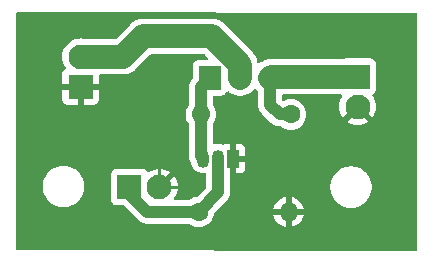
<source format=gbr>
%TF.GenerationSoftware,KiCad,Pcbnew,7.0.8+1*%
%TF.CreationDate,2024-02-21T23:20:15+01:00*%
%TF.ProjectId,MOS_SWITCH_LOAD,4d4f535f-5357-4495-9443-485f4c4f4144,rev?*%
%TF.SameCoordinates,Original*%
%TF.FileFunction,Copper,L2,Bot*%
%TF.FilePolarity,Positive*%
%FSLAX46Y46*%
G04 Gerber Fmt 4.6, Leading zero omitted, Abs format (unit mm)*
G04 Created by KiCad (PCBNEW 7.0.8+1) date 2024-02-21 23:20:15*
%MOMM*%
%LPD*%
G01*
G04 APERTURE LIST*
%TA.AperFunction,ComponentPad*%
%ADD10C,1.600000*%
%TD*%
%TA.AperFunction,ComponentPad*%
%ADD11O,1.600000X1.600000*%
%TD*%
%TA.AperFunction,ComponentPad*%
%ADD12R,2.100000X2.100000*%
%TD*%
%TA.AperFunction,ComponentPad*%
%ADD13C,2.100000*%
%TD*%
%TA.AperFunction,ComponentPad*%
%ADD14R,1.905000X2.000000*%
%TD*%
%TA.AperFunction,ComponentPad*%
%ADD15O,1.905000X2.000000*%
%TD*%
%TA.AperFunction,ComponentPad*%
%ADD16R,1.050000X1.500000*%
%TD*%
%TA.AperFunction,ComponentPad*%
%ADD17O,1.050000X1.500000*%
%TD*%
%TA.AperFunction,Conductor*%
%ADD18C,0.250000*%
%TD*%
%TA.AperFunction,Conductor*%
%ADD19C,1.000000*%
%TD*%
%TA.AperFunction,Conductor*%
%ADD20C,2.000000*%
%TD*%
G04 APERTURE END LIST*
D10*
%TO.P,R1,1*%
%TO.N,Net-(J1-Pin_1)*%
X108610000Y-50100000D03*
D11*
%TO.P,R1,2*%
%TO.N,Net-(Q3-D)*%
X100990000Y-50100000D03*
%TD*%
D12*
%TO.P,J1,1,Pin_1*%
%TO.N,Net-(J1-Pin_1)*%
X114250000Y-46910000D03*
D13*
%TO.P,J1,2,Pin_2*%
%TO.N,GND*%
X114250000Y-49450000D03*
%TD*%
D12*
%TO.P,J3,1,Pin_1*%
%TO.N,Net-(J3-Pin_1)*%
X94930000Y-56250000D03*
D13*
%TO.P,J3,2,Pin_2*%
%TO.N,GND*%
X97470000Y-56250000D03*
%TD*%
D10*
%TO.P,R2,1*%
%TO.N,Net-(J3-Pin_1)*%
X100790000Y-58350000D03*
D11*
%TO.P,R2,2*%
%TO.N,GND*%
X108410000Y-58350000D03*
%TD*%
D12*
%TO.P,J2,1,Pin_1*%
%TO.N,GND*%
X90800000Y-47750000D03*
D13*
%TO.P,J2,2,Pin_2*%
%TO.N,Net-(J2-Pin_2)*%
X90800000Y-45210000D03*
%TD*%
D14*
%TO.P,Q4,1,G*%
%TO.N,Net-(Q3-D)*%
X101750000Y-47000000D03*
D15*
%TO.P,Q4,2,D*%
%TO.N,Net-(J2-Pin_2)*%
X104290000Y-47000000D03*
%TO.P,Q4,3,S*%
%TO.N,Net-(J1-Pin_1)*%
X106830000Y-47000000D03*
%TD*%
D16*
%TO.P,Q3,1,S*%
%TO.N,GND*%
X103720000Y-53840000D03*
D17*
%TO.P,Q3,2,G*%
%TO.N,Net-(J3-Pin_1)*%
X102450000Y-53840000D03*
%TO.P,Q3,3,D*%
%TO.N,Net-(Q3-D)*%
X101180000Y-53840000D03*
%TD*%
D18*
%TO.N,GND*%
X97470000Y-56250000D02*
X97470000Y-54030000D01*
X97470000Y-54030000D02*
X97550000Y-53950000D01*
X97470000Y-56250000D02*
X99300000Y-56250000D01*
X99300000Y-56250000D02*
X99350000Y-56200000D01*
D19*
%TO.N,Net-(J1-Pin_1)*%
X108610000Y-50100000D02*
X107650000Y-50100000D01*
D20*
X114250000Y-46910000D02*
X106920000Y-46910000D01*
X106920000Y-46910000D02*
X106830000Y-47000000D01*
D19*
X106830000Y-49280000D02*
X106830000Y-47000000D01*
X107650000Y-50100000D02*
X106830000Y-49280000D01*
D20*
%TO.N,Net-(J2-Pin_2)*%
X90800000Y-45210000D02*
X94390000Y-45210000D01*
X96100000Y-43500000D02*
X101899556Y-43500000D01*
X101899556Y-43500000D02*
X104290000Y-45890444D01*
X94390000Y-45210000D02*
X96100000Y-43500000D01*
X104290000Y-45890444D02*
X104290000Y-47000000D01*
D19*
%TO.N,Net-(J3-Pin_1)*%
X102450000Y-53840000D02*
X102450000Y-56690000D01*
X96450000Y-58350000D02*
X100790000Y-58350000D01*
X94930000Y-56250000D02*
X94930000Y-56830000D01*
X102450000Y-56690000D02*
X100790000Y-58350000D01*
X94930000Y-56830000D02*
X96450000Y-58350000D01*
%TO.N,Net-(Q3-D)*%
X100990000Y-47760000D02*
X101750000Y-47000000D01*
X100990000Y-50100000D02*
X100990000Y-53650000D01*
X100990000Y-50100000D02*
X100990000Y-47760000D01*
X100990000Y-53650000D02*
X101180000Y-53840000D01*
%TD*%
%TA.AperFunction,Conductor*%
%TO.N,GND*%
G36*
X119175686Y-41499816D02*
G01*
X119242693Y-41519599D01*
X119288370Y-41572471D01*
X119299500Y-41623816D01*
X119299500Y-61525500D01*
X119279815Y-61592539D01*
X119227011Y-61638294D01*
X119175500Y-61649500D01*
X118960500Y-61649500D01*
X85474317Y-61600182D01*
X85407307Y-61580399D01*
X85361630Y-61527527D01*
X85350500Y-61476182D01*
X85350500Y-56331187D01*
X87599500Y-56331187D01*
X87607036Y-56381182D01*
X87638604Y-56590615D01*
X87638605Y-56590617D01*
X87638606Y-56590623D01*
X87715938Y-56841326D01*
X87829767Y-57077696D01*
X87829768Y-57077697D01*
X87829770Y-57077700D01*
X87829772Y-57077704D01*
X87975160Y-57290949D01*
X87977567Y-57294479D01*
X88156014Y-57486801D01*
X88156018Y-57486804D01*
X88156019Y-57486805D01*
X88361143Y-57650386D01*
X88588357Y-57781568D01*
X88832584Y-57877420D01*
X89088370Y-57935802D01*
X89088376Y-57935802D01*
X89088379Y-57935803D01*
X89284500Y-57950500D01*
X89284506Y-57950500D01*
X89415500Y-57950500D01*
X89611620Y-57935803D01*
X89611622Y-57935802D01*
X89611630Y-57935802D01*
X89867416Y-57877420D01*
X90111643Y-57781568D01*
X90338857Y-57650386D01*
X90543981Y-57486805D01*
X90722433Y-57294479D01*
X90870228Y-57077704D01*
X90877286Y-57063049D01*
X90911954Y-56991058D01*
X90984063Y-56841323D01*
X91061396Y-56590615D01*
X91100500Y-56331182D01*
X91100500Y-56068818D01*
X91061396Y-55809385D01*
X90984063Y-55558677D01*
X90972121Y-55533880D01*
X90870232Y-55322303D01*
X90870231Y-55322302D01*
X90870230Y-55322301D01*
X90870228Y-55322296D01*
X90722433Y-55105521D01*
X90708031Y-55089999D01*
X90543985Y-54913198D01*
X90455276Y-54842455D01*
X90338857Y-54749614D01*
X90111643Y-54618432D01*
X89867416Y-54522580D01*
X89867411Y-54522578D01*
X89867402Y-54522576D01*
X89649818Y-54472914D01*
X89611630Y-54464198D01*
X89611629Y-54464197D01*
X89611625Y-54464197D01*
X89611620Y-54464196D01*
X89415500Y-54449500D01*
X89415494Y-54449500D01*
X89284506Y-54449500D01*
X89284500Y-54449500D01*
X89088379Y-54464196D01*
X89088374Y-54464197D01*
X88832597Y-54522576D01*
X88832578Y-54522582D01*
X88588356Y-54618432D01*
X88361143Y-54749614D01*
X88156014Y-54913198D01*
X87977567Y-55105520D01*
X87829768Y-55322302D01*
X87829767Y-55322303D01*
X87715938Y-55558673D01*
X87638606Y-55809376D01*
X87638605Y-55809381D01*
X87638604Y-55809385D01*
X87631069Y-55859376D01*
X87599500Y-56068812D01*
X87599500Y-56331187D01*
X85350500Y-56331187D01*
X85350500Y-45210000D01*
X89244706Y-45210000D01*
X89263853Y-45453297D01*
X89263853Y-45453300D01*
X89263854Y-45453302D01*
X89316767Y-45673698D01*
X89320830Y-45690619D01*
X89414222Y-45916089D01*
X89527711Y-46101285D01*
X89545956Y-46168731D01*
X89524840Y-46235333D01*
X89496296Y-46265341D01*
X89392809Y-46342812D01*
X89306649Y-46457906D01*
X89306645Y-46457913D01*
X89256403Y-46592620D01*
X89256401Y-46592627D01*
X89250000Y-46652155D01*
X89250000Y-47500000D01*
X90305148Y-47500000D01*
X90256441Y-47637047D01*
X90246123Y-47787886D01*
X90276884Y-47935915D01*
X90310090Y-48000000D01*
X89250000Y-48000000D01*
X89250000Y-48847844D01*
X89256401Y-48907372D01*
X89256403Y-48907379D01*
X89306645Y-49042086D01*
X89306649Y-49042093D01*
X89392809Y-49157187D01*
X89392812Y-49157190D01*
X89507906Y-49243350D01*
X89507913Y-49243354D01*
X89642620Y-49293596D01*
X89642627Y-49293598D01*
X89702155Y-49299999D01*
X89702172Y-49300000D01*
X90550000Y-49300000D01*
X90550000Y-48241683D01*
X90578819Y-48259209D01*
X90724404Y-48300000D01*
X90837622Y-48300000D01*
X90949783Y-48284584D01*
X91050000Y-48241053D01*
X91050000Y-49300000D01*
X91897828Y-49300000D01*
X91897844Y-49299999D01*
X91957372Y-49293598D01*
X91957379Y-49293596D01*
X92092086Y-49243354D01*
X92092093Y-49243350D01*
X92207187Y-49157190D01*
X92207190Y-49157187D01*
X92293350Y-49042093D01*
X92293354Y-49042086D01*
X92343596Y-48907379D01*
X92343598Y-48907372D01*
X92349999Y-48847844D01*
X92350000Y-48847827D01*
X92350000Y-48000000D01*
X91294852Y-48000000D01*
X91343559Y-47862953D01*
X91353877Y-47712114D01*
X91323116Y-47564085D01*
X91289910Y-47500000D01*
X92350000Y-47500000D01*
X92350000Y-46834500D01*
X92369685Y-46767461D01*
X92422489Y-46721706D01*
X92474000Y-46710500D01*
X94292981Y-46710500D01*
X94300652Y-46710975D01*
X94327779Y-46714357D01*
X94421035Y-46710500D01*
X94452067Y-46710500D01*
X94482990Y-46707937D01*
X94576237Y-46704081D01*
X94602982Y-46698472D01*
X94610582Y-46697364D01*
X94637821Y-46695108D01*
X94637824Y-46695107D01*
X94637826Y-46695107D01*
X94637829Y-46695106D01*
X94728288Y-46672198D01*
X94819614Y-46653049D01*
X94845077Y-46643112D01*
X94852374Y-46640774D01*
X94878881Y-46634063D01*
X94964335Y-46596579D01*
X95051274Y-46562656D01*
X95074761Y-46548659D01*
X95081581Y-46545149D01*
X95106607Y-46534173D01*
X95184720Y-46483139D01*
X95264894Y-46435366D01*
X95285754Y-46417697D01*
X95291894Y-46413117D01*
X95314785Y-46398164D01*
X95383435Y-46334966D01*
X95407126Y-46314902D01*
X95429078Y-46292949D01*
X95497738Y-46229744D01*
X95514530Y-46208167D01*
X95519604Y-46202422D01*
X96685209Y-45036819D01*
X96746532Y-45003334D01*
X96772890Y-45000500D01*
X101226666Y-45000500D01*
X101293705Y-45020185D01*
X101314347Y-45036819D01*
X101565347Y-45287819D01*
X101598832Y-45349142D01*
X101593848Y-45418834D01*
X101551976Y-45474767D01*
X101486512Y-45499184D01*
X101477666Y-45499500D01*
X100749629Y-45499500D01*
X100749623Y-45499501D01*
X100690016Y-45505908D01*
X100555171Y-45556202D01*
X100555164Y-45556206D01*
X100439955Y-45642452D01*
X100439952Y-45642455D01*
X100353706Y-45757664D01*
X100353702Y-45757671D01*
X100303408Y-45892517D01*
X100297001Y-45952116D01*
X100297000Y-45952135D01*
X100297000Y-46985137D01*
X100277315Y-47052176D01*
X100258434Y-47075009D01*
X100226950Y-47104938D01*
X100226946Y-47104942D01*
X100191899Y-47155294D01*
X100189062Y-47159056D01*
X100150302Y-47206592D01*
X100150299Y-47206597D01*
X100134392Y-47237047D01*
X100130324Y-47243761D01*
X100110702Y-47271954D01*
X100086509Y-47328330D01*
X100084488Y-47332584D01*
X100056091Y-47386951D01*
X100056090Y-47386952D01*
X100046640Y-47419975D01*
X100044007Y-47427371D01*
X100030459Y-47458943D01*
X100018113Y-47519019D01*
X100016990Y-47523595D01*
X100000113Y-47582577D01*
X100000113Y-47582579D01*
X99997503Y-47616841D01*
X99996414Y-47624608D01*
X99993859Y-47637047D01*
X99989500Y-47658258D01*
X99989500Y-47719597D01*
X99989321Y-47724306D01*
X99984662Y-47785474D01*
X99986707Y-47801527D01*
X99989003Y-47819560D01*
X99989500Y-47827388D01*
X99989500Y-49222410D01*
X99969815Y-49289449D01*
X99967076Y-49293532D01*
X99859431Y-49447267D01*
X99763261Y-49653502D01*
X99763258Y-49653511D01*
X99704366Y-49873302D01*
X99704364Y-49873313D01*
X99684532Y-50099998D01*
X99684532Y-50100001D01*
X99704364Y-50326686D01*
X99704366Y-50326697D01*
X99763258Y-50546488D01*
X99763261Y-50546497D01*
X99859431Y-50752732D01*
X99859432Y-50752734D01*
X99967075Y-50906465D01*
X99989402Y-50972671D01*
X99989500Y-50977588D01*
X99989500Y-53637283D01*
X99987243Y-53726362D01*
X99987243Y-53726370D01*
X99998064Y-53786739D01*
X99998718Y-53791404D01*
X100004925Y-53852430D01*
X100004927Y-53852444D01*
X100015208Y-53885213D01*
X100017079Y-53892837D01*
X100023142Y-53926652D01*
X100023142Y-53926655D01*
X100045894Y-53983612D01*
X100047474Y-53988051D01*
X100065841Y-54046588D01*
X100065844Y-54046595D01*
X100082509Y-54076619D01*
X100085879Y-54083714D01*
X100098623Y-54115617D01*
X100098625Y-54115620D01*
X100098626Y-54115622D01*
X100132377Y-54166834D01*
X100134818Y-54170864D01*
X100152921Y-54203478D01*
X100167906Y-54251499D01*
X100169337Y-54266031D01*
X100227978Y-54459345D01*
X100323198Y-54637488D01*
X100323203Y-54637495D01*
X100451352Y-54793647D01*
X100560016Y-54882824D01*
X100607506Y-54921798D01*
X100607509Y-54921799D01*
X100607511Y-54921801D01*
X100785654Y-55017021D01*
X100785656Y-55017021D01*
X100785659Y-55017023D01*
X100978967Y-55075662D01*
X101180000Y-55095462D01*
X101313347Y-55082328D01*
X101381992Y-55095347D01*
X101432702Y-55143411D01*
X101449500Y-55205731D01*
X101449500Y-56224217D01*
X101429815Y-56291256D01*
X101413181Y-56311898D01*
X100701967Y-57023111D01*
X100640644Y-57056596D01*
X100625096Y-57058958D01*
X100563311Y-57064364D01*
X100563302Y-57064366D01*
X100343511Y-57123258D01*
X100343502Y-57123261D01*
X100137267Y-57219431D01*
X100137265Y-57219432D01*
X99983535Y-57327075D01*
X99917329Y-57349402D01*
X99912412Y-57349500D01*
X98835527Y-57349500D01*
X98768488Y-57329815D01*
X98722733Y-57277011D01*
X98712789Y-57207853D01*
X98729800Y-57160710D01*
X98855331Y-56955861D01*
X98948696Y-56730457D01*
X99005651Y-56493219D01*
X99024792Y-56250000D01*
X99005651Y-56006780D01*
X98948696Y-55769542D01*
X98855331Y-55544138D01*
X98731494Y-55342056D01*
X97995928Y-56077621D01*
X97993116Y-56064085D01*
X97923558Y-55929844D01*
X97820362Y-55819348D01*
X97691181Y-55740791D01*
X97639996Y-55726449D01*
X98377942Y-54988504D01*
X98175861Y-54864668D01*
X97950457Y-54771303D01*
X97713219Y-54714348D01*
X97713220Y-54714348D01*
X97470000Y-54695207D01*
X97226780Y-54714348D01*
X96989542Y-54771303D01*
X96764140Y-54864667D01*
X96579441Y-54977851D01*
X96511996Y-54996095D01*
X96445393Y-54974978D01*
X96415385Y-54946434D01*
X96337546Y-54842454D01*
X96314709Y-54825358D01*
X96222335Y-54756206D01*
X96222328Y-54756202D01*
X96087482Y-54705908D01*
X96087483Y-54705908D01*
X96027883Y-54699501D01*
X96027881Y-54699500D01*
X96027873Y-54699500D01*
X96027864Y-54699500D01*
X93832129Y-54699500D01*
X93832123Y-54699501D01*
X93772516Y-54705908D01*
X93637671Y-54756202D01*
X93637664Y-54756206D01*
X93522455Y-54842452D01*
X93522452Y-54842455D01*
X93436206Y-54957664D01*
X93436202Y-54957671D01*
X93385908Y-55092517D01*
X93379501Y-55152116D01*
X93379500Y-55152135D01*
X93379500Y-57347870D01*
X93379501Y-57347876D01*
X93385908Y-57407483D01*
X93436202Y-57542328D01*
X93436206Y-57542335D01*
X93522452Y-57657544D01*
X93522455Y-57657547D01*
X93637664Y-57743793D01*
X93637671Y-57743797D01*
X93682618Y-57760561D01*
X93772517Y-57794091D01*
X93832127Y-57800500D01*
X94434216Y-57800499D01*
X94501255Y-57820183D01*
X94521897Y-57836818D01*
X95733566Y-59048487D01*
X95794938Y-59113050D01*
X95794941Y-59113053D01*
X95845281Y-59148092D01*
X95849043Y-59150928D01*
X95896587Y-59189694D01*
X95896590Y-59189695D01*
X95896593Y-59189698D01*
X95927045Y-59205604D01*
X95933758Y-59209672D01*
X95961951Y-59229295D01*
X96018329Y-59253489D01*
X96022578Y-59255507D01*
X96076951Y-59283909D01*
X96104489Y-59291788D01*
X96109974Y-59293358D01*
X96117368Y-59295990D01*
X96148942Y-59309540D01*
X96148945Y-59309540D01*
X96148946Y-59309541D01*
X96209022Y-59321887D01*
X96213600Y-59323010D01*
X96227501Y-59326987D01*
X96272582Y-59339887D01*
X96306839Y-59342495D01*
X96314614Y-59343586D01*
X96348255Y-59350500D01*
X96348259Y-59350500D01*
X96409599Y-59350500D01*
X96414305Y-59350678D01*
X96449063Y-59353325D01*
X96475476Y-59355337D01*
X96475476Y-59355336D01*
X96475477Y-59355337D01*
X96509560Y-59350996D01*
X96517390Y-59350500D01*
X99912412Y-59350500D01*
X99979451Y-59370185D01*
X99983523Y-59372917D01*
X100137266Y-59480568D01*
X100343504Y-59576739D01*
X100563308Y-59635635D01*
X100725230Y-59649801D01*
X100789998Y-59655468D01*
X100790000Y-59655468D01*
X100790002Y-59655468D01*
X100846673Y-59650509D01*
X101016692Y-59635635D01*
X101236496Y-59576739D01*
X101442734Y-59480568D01*
X101629139Y-59350047D01*
X101790047Y-59189139D01*
X101920568Y-59002734D01*
X102016739Y-58796496D01*
X102075635Y-58576692D01*
X102081039Y-58514906D01*
X102106490Y-58449840D01*
X102116878Y-58438041D01*
X102454920Y-58099999D01*
X107131127Y-58099999D01*
X107131128Y-58100000D01*
X108094314Y-58100000D01*
X108082359Y-58111955D01*
X108024835Y-58224852D01*
X108005014Y-58350000D01*
X108024835Y-58475148D01*
X108082359Y-58588045D01*
X108094314Y-58600000D01*
X107131128Y-58600000D01*
X107183730Y-58796317D01*
X107183734Y-58796326D01*
X107279865Y-59002482D01*
X107410342Y-59188820D01*
X107571179Y-59349657D01*
X107757517Y-59480134D01*
X107963673Y-59576265D01*
X107963682Y-59576269D01*
X108159999Y-59628872D01*
X108160000Y-59628871D01*
X108160000Y-58665686D01*
X108171955Y-58677641D01*
X108284852Y-58735165D01*
X108378519Y-58750000D01*
X108441481Y-58750000D01*
X108535148Y-58735165D01*
X108648045Y-58677641D01*
X108660000Y-58665686D01*
X108660000Y-59628872D01*
X108856317Y-59576269D01*
X108856326Y-59576265D01*
X109062482Y-59480134D01*
X109248820Y-59349657D01*
X109409657Y-59188820D01*
X109540134Y-59002482D01*
X109636265Y-58796326D01*
X109636269Y-58796317D01*
X109688872Y-58600000D01*
X108725686Y-58600000D01*
X108737641Y-58588045D01*
X108795165Y-58475148D01*
X108814986Y-58350000D01*
X108795165Y-58224852D01*
X108737641Y-58111955D01*
X108725686Y-58100000D01*
X109688872Y-58100000D01*
X109688872Y-58099999D01*
X109636269Y-57903682D01*
X109636265Y-57903673D01*
X109540134Y-57697517D01*
X109409657Y-57511179D01*
X109248820Y-57350342D01*
X109062482Y-57219865D01*
X108856328Y-57123734D01*
X108660000Y-57071127D01*
X108660000Y-58034314D01*
X108648045Y-58022359D01*
X108535148Y-57964835D01*
X108441481Y-57950000D01*
X108378519Y-57950000D01*
X108284852Y-57964835D01*
X108171955Y-58022359D01*
X108160000Y-58034314D01*
X108160000Y-57071127D01*
X107963671Y-57123734D01*
X107757517Y-57219865D01*
X107571179Y-57350342D01*
X107410342Y-57511179D01*
X107279865Y-57697517D01*
X107183734Y-57903673D01*
X107183730Y-57903682D01*
X107131127Y-58099999D01*
X102454920Y-58099999D01*
X103148487Y-57406433D01*
X103213053Y-57345059D01*
X103248112Y-57294686D01*
X103250925Y-57290957D01*
X103289698Y-57243407D01*
X103305609Y-57212945D01*
X103309668Y-57206246D01*
X103329295Y-57178049D01*
X103353489Y-57121667D01*
X103355495Y-57117443D01*
X103383910Y-57063049D01*
X103385081Y-57058958D01*
X103393359Y-57030022D01*
X103395996Y-57022615D01*
X103409540Y-56991058D01*
X103421894Y-56930938D01*
X103423003Y-56926422D01*
X103439887Y-56867418D01*
X103442495Y-56833155D01*
X103443587Y-56825376D01*
X103448803Y-56800000D01*
X103450500Y-56791741D01*
X103450500Y-56730401D01*
X103450679Y-56725692D01*
X103455337Y-56664525D01*
X103450997Y-56630441D01*
X103450500Y-56622602D01*
X103450500Y-56381187D01*
X111949500Y-56381187D01*
X111966387Y-56493219D01*
X111988604Y-56640615D01*
X111988605Y-56640617D01*
X111988606Y-56640623D01*
X112065938Y-56891326D01*
X112179767Y-57127696D01*
X112179768Y-57127697D01*
X112179770Y-57127700D01*
X112179772Y-57127704D01*
X112258657Y-57243407D01*
X112327567Y-57344479D01*
X112506014Y-57536801D01*
X112506018Y-57536804D01*
X112506019Y-57536805D01*
X112711143Y-57700386D01*
X112938357Y-57831568D01*
X113182584Y-57927420D01*
X113438370Y-57985802D01*
X113438376Y-57985802D01*
X113438379Y-57985803D01*
X113634500Y-58000500D01*
X113634506Y-58000500D01*
X113765500Y-58000500D01*
X113961620Y-57985803D01*
X113961622Y-57985802D01*
X113961630Y-57985802D01*
X114217416Y-57927420D01*
X114461643Y-57831568D01*
X114688857Y-57700386D01*
X114893981Y-57536805D01*
X114917759Y-57511179D01*
X114940378Y-57486801D01*
X115072433Y-57344479D01*
X115220228Y-57127704D01*
X115334063Y-56891323D01*
X115411396Y-56640615D01*
X115450500Y-56381182D01*
X115450500Y-56118818D01*
X115411396Y-55859385D01*
X115334063Y-55608677D01*
X115302983Y-55544138D01*
X115220232Y-55372303D01*
X115220231Y-55372302D01*
X115220230Y-55372301D01*
X115220228Y-55372296D01*
X115072433Y-55155521D01*
X115016600Y-55095347D01*
X114893985Y-54963198D01*
X114770432Y-54864668D01*
X114688857Y-54799614D01*
X114461643Y-54668432D01*
X114217416Y-54572580D01*
X114217411Y-54572578D01*
X114217402Y-54572576D01*
X113998336Y-54522576D01*
X113961630Y-54514198D01*
X113961629Y-54514197D01*
X113961625Y-54514197D01*
X113961620Y-54514196D01*
X113765500Y-54499500D01*
X113765494Y-54499500D01*
X113634506Y-54499500D01*
X113634500Y-54499500D01*
X113438379Y-54514196D01*
X113438374Y-54514197D01*
X113182597Y-54572576D01*
X113182578Y-54572582D01*
X112938356Y-54668432D01*
X112711143Y-54799614D01*
X112506014Y-54963198D01*
X112327567Y-55155520D01*
X112179768Y-55372302D01*
X112179767Y-55372303D01*
X112065938Y-55608673D01*
X111988606Y-55859376D01*
X111988605Y-55859381D01*
X111988604Y-55859385D01*
X111977984Y-55929844D01*
X111949500Y-56118812D01*
X111949500Y-56381187D01*
X103450500Y-56381187D01*
X103450500Y-55160862D01*
X103470000Y-55094453D01*
X103470000Y-54174270D01*
X103470299Y-54168190D01*
X103474629Y-54124220D01*
X103539052Y-54174363D01*
X103657424Y-54215000D01*
X103751073Y-54215000D01*
X103843446Y-54199586D01*
X103953514Y-54140019D01*
X103970000Y-54122110D01*
X103970000Y-55090000D01*
X104292828Y-55090000D01*
X104292844Y-55089999D01*
X104352372Y-55083598D01*
X104352379Y-55083596D01*
X104487086Y-55033354D01*
X104487093Y-55033350D01*
X104602187Y-54947190D01*
X104602190Y-54947187D01*
X104688350Y-54832093D01*
X104688354Y-54832086D01*
X104738596Y-54697379D01*
X104738598Y-54697372D01*
X104744999Y-54637844D01*
X104745000Y-54637827D01*
X104745000Y-54090000D01*
X103999560Y-54090000D01*
X104038278Y-54047941D01*
X104088551Y-53933330D01*
X104098886Y-53808605D01*
X104068163Y-53687281D01*
X104004606Y-53590000D01*
X104745000Y-53590000D01*
X104745000Y-53042172D01*
X104744999Y-53042155D01*
X104738598Y-52982627D01*
X104738596Y-52982620D01*
X104688354Y-52847913D01*
X104688350Y-52847906D01*
X104602190Y-52732812D01*
X104602187Y-52732809D01*
X104487093Y-52646649D01*
X104487086Y-52646645D01*
X104352379Y-52596403D01*
X104352372Y-52596401D01*
X104292844Y-52590000D01*
X103970000Y-52590000D01*
X103970000Y-53559382D01*
X103900948Y-53505637D01*
X103782576Y-53465000D01*
X103688927Y-53465000D01*
X103596554Y-53480414D01*
X103486486Y-53539981D01*
X103474369Y-53553142D01*
X103473073Y-53539981D01*
X103470299Y-53511808D01*
X103470000Y-53505728D01*
X103470000Y-52590000D01*
X103147155Y-52590000D01*
X103087627Y-52596401D01*
X103087620Y-52596403D01*
X102952913Y-52646645D01*
X102945132Y-52650895D01*
X102943940Y-52648713D01*
X102890842Y-52668510D01*
X102846018Y-52663486D01*
X102844342Y-52662977D01*
X102844341Y-52662977D01*
X102749505Y-52634209D01*
X102651031Y-52604337D01*
X102450000Y-52584538D01*
X102248968Y-52604337D01*
X102150495Y-52634209D01*
X102080628Y-52634832D01*
X102021515Y-52597584D01*
X101991924Y-52534289D01*
X101990500Y-52515548D01*
X101990500Y-50977588D01*
X102010185Y-50910549D01*
X102012925Y-50906465D01*
X102017841Y-50899444D01*
X102120568Y-50752734D01*
X102216739Y-50546496D01*
X102275635Y-50326692D01*
X102295468Y-50100000D01*
X102275635Y-49873308D01*
X102216739Y-49653504D01*
X102120568Y-49447266D01*
X102012924Y-49293532D01*
X101990597Y-49227326D01*
X101990500Y-49222410D01*
X101990500Y-48624499D01*
X102010185Y-48557460D01*
X102062989Y-48511705D01*
X102114500Y-48500499D01*
X102750371Y-48500499D01*
X102750372Y-48500499D01*
X102809983Y-48494091D01*
X102944831Y-48443796D01*
X103060046Y-48357546D01*
X103146296Y-48242331D01*
X103154055Y-48221525D01*
X103195924Y-48165592D01*
X103261388Y-48141173D01*
X103329661Y-48156023D01*
X103346397Y-48167001D01*
X103466491Y-48260474D01*
X103685190Y-48378828D01*
X103920386Y-48459571D01*
X104165665Y-48500500D01*
X104414335Y-48500500D01*
X104659614Y-48459571D01*
X104894810Y-48378828D01*
X105113509Y-48260474D01*
X105309744Y-48107738D01*
X105469595Y-47934092D01*
X105529479Y-47898105D01*
X105599317Y-47900205D01*
X105656933Y-47939729D01*
X105661733Y-47946016D01*
X105681068Y-47973096D01*
X105793182Y-48085210D01*
X105826666Y-48146531D01*
X105829500Y-48172890D01*
X105829500Y-49267283D01*
X105827243Y-49356362D01*
X105827243Y-49356370D01*
X105838064Y-49416739D01*
X105838718Y-49421404D01*
X105844925Y-49482430D01*
X105844927Y-49482444D01*
X105855208Y-49515213D01*
X105857079Y-49522837D01*
X105863142Y-49556652D01*
X105863142Y-49556655D01*
X105885894Y-49613612D01*
X105887474Y-49618051D01*
X105905841Y-49676588D01*
X105905844Y-49676595D01*
X105922509Y-49706619D01*
X105925879Y-49713714D01*
X105938622Y-49745614D01*
X105938627Y-49745624D01*
X105972377Y-49796833D01*
X105974818Y-49800863D01*
X106004588Y-49854498D01*
X106004589Y-49854499D01*
X106004591Y-49854502D01*
X106026968Y-49880567D01*
X106031693Y-49886835D01*
X106050599Y-49915520D01*
X106050600Y-49915522D01*
X106093965Y-49958887D01*
X106097168Y-49962343D01*
X106137133Y-50008894D01*
X106164299Y-50029923D01*
X106170186Y-50035107D01*
X106933548Y-50798468D01*
X106994941Y-50863053D01*
X106994944Y-50863055D01*
X106994947Y-50863058D01*
X107029053Y-50886795D01*
X107045303Y-50898106D01*
X107049044Y-50900926D01*
X107096593Y-50939698D01*
X107127045Y-50955604D01*
X107133756Y-50959671D01*
X107161951Y-50979295D01*
X107218332Y-51003490D01*
X107222567Y-51005501D01*
X107276951Y-51033909D01*
X107309973Y-51043356D01*
X107317365Y-51045989D01*
X107348940Y-51059539D01*
X107348941Y-51059540D01*
X107362054Y-51062234D01*
X107409055Y-51071892D01*
X107413595Y-51073006D01*
X107472582Y-51089886D01*
X107506841Y-51092494D01*
X107514609Y-51093585D01*
X107548255Y-51100500D01*
X107548259Y-51100500D01*
X107609601Y-51100500D01*
X107614308Y-51100678D01*
X107650651Y-51103446D01*
X107675475Y-51105337D01*
X107675475Y-51105336D01*
X107675476Y-51105337D01*
X107709559Y-51100996D01*
X107717389Y-51100500D01*
X107732412Y-51100500D01*
X107799451Y-51120185D01*
X107803523Y-51122917D01*
X107957266Y-51230568D01*
X108163504Y-51326739D01*
X108383308Y-51385635D01*
X108545230Y-51399801D01*
X108609998Y-51405468D01*
X108610000Y-51405468D01*
X108610002Y-51405468D01*
X108666673Y-51400509D01*
X108836692Y-51385635D01*
X109056496Y-51326739D01*
X109262734Y-51230568D01*
X109449139Y-51100047D01*
X109610047Y-50939139D01*
X109740568Y-50752734D01*
X109836739Y-50546496D01*
X109895635Y-50326692D01*
X109915468Y-50100000D01*
X109895635Y-49873308D01*
X109836739Y-49653504D01*
X109740568Y-49447266D01*
X109637451Y-49299999D01*
X109610045Y-49260858D01*
X109449141Y-49099954D01*
X109262734Y-48969432D01*
X109262732Y-48969431D01*
X109056497Y-48873261D01*
X109056488Y-48873258D01*
X108836697Y-48814366D01*
X108836693Y-48814365D01*
X108836692Y-48814365D01*
X108836691Y-48814364D01*
X108836686Y-48814364D01*
X108610002Y-48794532D01*
X108609998Y-48794532D01*
X108383313Y-48814364D01*
X108383302Y-48814366D01*
X108163511Y-48873258D01*
X108163497Y-48873263D01*
X108020329Y-48940024D01*
X107951252Y-48950516D01*
X107887468Y-48921996D01*
X107880244Y-48915323D01*
X107866819Y-48901898D01*
X107833334Y-48840575D01*
X107830500Y-48814217D01*
X107830500Y-48534500D01*
X107850185Y-48467461D01*
X107902989Y-48421706D01*
X107954500Y-48410500D01*
X112847705Y-48410500D01*
X112914744Y-48430185D01*
X112960499Y-48482989D01*
X112970443Y-48552147D01*
X112953432Y-48599290D01*
X112864668Y-48744138D01*
X112771303Y-48969542D01*
X112714348Y-49206780D01*
X112695207Y-49450000D01*
X112714348Y-49693219D01*
X112771303Y-49930457D01*
X112864668Y-50155861D01*
X112988504Y-50357942D01*
X113724070Y-49622375D01*
X113726884Y-49635915D01*
X113796442Y-49770156D01*
X113899638Y-49880652D01*
X114028819Y-49959209D01*
X114080002Y-49973549D01*
X113342056Y-50711494D01*
X113544138Y-50835331D01*
X113769542Y-50928696D01*
X114006780Y-50985651D01*
X114006779Y-50985651D01*
X114250000Y-51004792D01*
X114493219Y-50985651D01*
X114730457Y-50928696D01*
X114955861Y-50835331D01*
X115157942Y-50711494D01*
X114421568Y-49975121D01*
X114538458Y-49924349D01*
X114655739Y-49828934D01*
X114742928Y-49705415D01*
X114773354Y-49619802D01*
X115511494Y-50357942D01*
X115635331Y-50155861D01*
X115728696Y-49930457D01*
X115785651Y-49693219D01*
X115804792Y-49450000D01*
X115785651Y-49206780D01*
X115728696Y-48969542D01*
X115635331Y-48744138D01*
X115522149Y-48559442D01*
X115503904Y-48491996D01*
X115525020Y-48425394D01*
X115553560Y-48395389D01*
X115657546Y-48317546D01*
X115743796Y-48202331D01*
X115794091Y-48067483D01*
X115800500Y-48007873D01*
X115800499Y-45812128D01*
X115794091Y-45752517D01*
X115782648Y-45721838D01*
X115743797Y-45617671D01*
X115743793Y-45617664D01*
X115657547Y-45502455D01*
X115657544Y-45502452D01*
X115542335Y-45416206D01*
X115542328Y-45416202D01*
X115407482Y-45365908D01*
X115407483Y-45365908D01*
X115347883Y-45359501D01*
X115347881Y-45359500D01*
X115347873Y-45359500D01*
X115347864Y-45359500D01*
X113152129Y-45359500D01*
X113152123Y-45359501D01*
X113092516Y-45365908D01*
X112996604Y-45401682D01*
X112953271Y-45409500D01*
X107017018Y-45409500D01*
X107009342Y-45409023D01*
X106986307Y-45406152D01*
X106982221Y-45405643D01*
X106982220Y-45405643D01*
X106888974Y-45409500D01*
X106857933Y-45409500D01*
X106833181Y-45411550D01*
X106826993Y-45412063D01*
X106733765Y-45415919D01*
X106707020Y-45421527D01*
X106699412Y-45422635D01*
X106672179Y-45424891D01*
X106599984Y-45443173D01*
X106581702Y-45447803D01*
X106561581Y-45452022D01*
X106490392Y-45466949D01*
X106490380Y-45466953D01*
X106464935Y-45476881D01*
X106457616Y-45479226D01*
X106431123Y-45485935D01*
X106345663Y-45523420D01*
X106258726Y-45557343D01*
X106258717Y-45557348D01*
X106235244Y-45571335D01*
X106228409Y-45574853D01*
X106203397Y-45585824D01*
X106203390Y-45585828D01*
X106125278Y-45636860D01*
X106045104Y-45684635D01*
X106024250Y-45702297D01*
X106018087Y-45706892D01*
X105995215Y-45721835D01*
X105995211Y-45721838D01*
X105983415Y-45732697D01*
X105920759Y-45763617D01*
X105851333Y-45755754D01*
X105797180Y-45711604D01*
X105775859Y-45651699D01*
X105775108Y-45642623D01*
X105752196Y-45552146D01*
X105733049Y-45460830D01*
X105723116Y-45435376D01*
X105720771Y-45428053D01*
X105714064Y-45401567D01*
X105714063Y-45401563D01*
X105695613Y-45359501D01*
X105676574Y-45316095D01*
X105642655Y-45229171D01*
X105642655Y-45229170D01*
X105628664Y-45205689D01*
X105625147Y-45198855D01*
X105614175Y-45173842D01*
X105614173Y-45173837D01*
X105563134Y-45095716D01*
X105515366Y-45015550D01*
X105497702Y-44994694D01*
X105493106Y-44988530D01*
X105478166Y-44965662D01*
X105478165Y-44965661D01*
X105478164Y-44965659D01*
X105414955Y-44896996D01*
X105394899Y-44873315D01*
X105372961Y-44851377D01*
X105309747Y-44782709D01*
X105309739Y-44782702D01*
X105288177Y-44765920D01*
X105282419Y-44760836D01*
X103029171Y-42507587D01*
X103024080Y-42501822D01*
X103007295Y-42480257D01*
X102938634Y-42417049D01*
X102916685Y-42395100D01*
X102892991Y-42375033D01*
X102824342Y-42311837D01*
X102824341Y-42311836D01*
X102801460Y-42296887D01*
X102795303Y-42292296D01*
X102774450Y-42274634D01*
X102694276Y-42226860D01*
X102616163Y-42175827D01*
X102616160Y-42175825D01*
X102591144Y-42164852D01*
X102584306Y-42161332D01*
X102560831Y-42147344D01*
X102473891Y-42113420D01*
X102388437Y-42075937D01*
X102388433Y-42075936D01*
X102388431Y-42075935D01*
X102361943Y-42069227D01*
X102354623Y-42066882D01*
X102329175Y-42056953D01*
X102329170Y-42056951D01*
X102237844Y-42037801D01*
X102147375Y-42014891D01*
X102120146Y-42012635D01*
X102112539Y-42011526D01*
X102092542Y-42007334D01*
X102085793Y-42005919D01*
X102085791Y-42005918D01*
X101992546Y-42002062D01*
X101961623Y-41999500D01*
X101961620Y-41999500D01*
X101930591Y-41999500D01*
X101837336Y-41995643D01*
X101837335Y-41995643D01*
X101810208Y-41999024D01*
X101802537Y-41999500D01*
X96197018Y-41999500D01*
X96189342Y-41999023D01*
X96166307Y-41996152D01*
X96162221Y-41995643D01*
X96162220Y-41995643D01*
X96068974Y-41999500D01*
X96037933Y-41999500D01*
X96013181Y-42001550D01*
X96006993Y-42002063D01*
X95913765Y-42005919D01*
X95887020Y-42011527D01*
X95879412Y-42012635D01*
X95852179Y-42014891D01*
X95779984Y-42033173D01*
X95761702Y-42037803D01*
X95741581Y-42042022D01*
X95670392Y-42056949D01*
X95670380Y-42056953D01*
X95644935Y-42066881D01*
X95637616Y-42069226D01*
X95611123Y-42075935D01*
X95525663Y-42113420D01*
X95438726Y-42147343D01*
X95438717Y-42147348D01*
X95415244Y-42161335D01*
X95408409Y-42164853D01*
X95383397Y-42175824D01*
X95383390Y-42175828D01*
X95305278Y-42226860D01*
X95225104Y-42274635D01*
X95204250Y-42292297D01*
X95198087Y-42296892D01*
X95175216Y-42311834D01*
X95139578Y-42344641D01*
X95106564Y-42375033D01*
X95087376Y-42391284D01*
X95082869Y-42395102D01*
X95060922Y-42417049D01*
X94992262Y-42480256D01*
X94975471Y-42501826D01*
X94970382Y-42507588D01*
X93804791Y-43673181D01*
X93743468Y-43706666D01*
X93717110Y-43709500D01*
X91206454Y-43709500D01*
X91177507Y-43706074D01*
X91043298Y-43673853D01*
X91043299Y-43673853D01*
X90800000Y-43654706D01*
X90556702Y-43673853D01*
X90319380Y-43730830D01*
X90093910Y-43824222D01*
X89885826Y-43951737D01*
X89885823Y-43951738D01*
X89700241Y-44110241D01*
X89541738Y-44295823D01*
X89541737Y-44295826D01*
X89414222Y-44503910D01*
X89320830Y-44729380D01*
X89263853Y-44966702D01*
X89244706Y-45210000D01*
X85350500Y-45210000D01*
X85350500Y-41574500D01*
X85370185Y-41507461D01*
X85422989Y-41461706D01*
X85474500Y-41450500D01*
X85689500Y-41450500D01*
X119175686Y-41499816D01*
G37*
%TD.AperFunction*%
%TD*%
M02*

</source>
